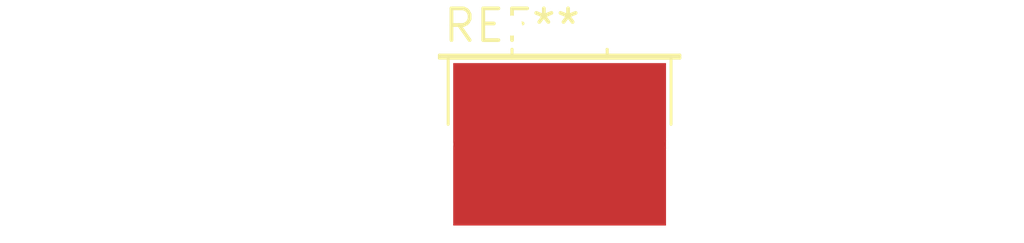
<source format=kicad_pcb>
(kicad_pcb (version 20240108) (generator pcbnew)
  (layers (0 "F.Cu" signal) (31 "B.Cu" signal) (34 "B.Paste" user) (35 "F.Paste" user) (36 "B.SilkS" user "B.Silkscreen") (37 "F.SilkS" user "F.Silkscreen") (38 "B.Mask" user) (39 "F.Mask" user) (44 "Edge.Cuts" user))
  (net 0 "")
  (footprint "Crystal_HC52-6mm_Horizontal_1EP_style2" (layer "F.Cu") (at 0 0)
    (property "Reference" "REF**")
    (property "Value" "Crystal_HC52-6mm_Horizontal_1EP_style2")
    (fp_line (start -2.9 1.18) (end 6.7 1.18) (layer "F.SilkS") (stroke (width 0.12)))
    (fp_line (start -2.9 1.3) (end -2.9 1.18) (layer "F.SilkS") (stroke (width 0.12)))
    (fp_line (start -2.55 1.3) (end 6.35 1.3) (layer "F.SilkS") (stroke (width 0.12)))
    (fp_line (start -2.55 3.95) (end -2.55 1.3) (layer "F.SilkS") (stroke (width 0.12)))
    (fp_line (start 0 0.95) (end 0 0.95) (layer "F.SilkS") (stroke (width 0.12)))
    (fp_line (start 0 1.3) (end 0 0.95) (layer "F.SilkS") (stroke (width 0.12)))
    (fp_line (start 3.8 0.95) (end 3.8 0.95) (layer "F.SilkS") (stroke (width 0.12)))
    (fp_line (start 3.8 1.3) (end 3.8 0.95) (layer "F.SilkS") (stroke (width 0.12)))
    (fp_line (start 6.35 1.3) (end 6.35 3.95) (layer "F.SilkS") (stroke (width 0.12)))
    (fp_line (start 6.7 1.18) (end 6.7 1.3) (layer "F.SilkS") (stroke (width 0.12)))
    (fp_line (start 6.7 1.3) (end -2.9 1.3) (layer "F.SilkS") (stroke (width 0.12)))
    (pad "1" thru_hole circle (at 0 0) (size 1.5 1.5) (drill 0.8) (layers *.Cu *.Mask) (remove_unused_layers))
    (pad "2" thru_hole circle (at 3.8 0) (size 1.5 1.5) (drill 0.8) (layers *.Cu *.Mask) (remove_unused_layers))
    (pad "3" thru_hole rect (at -2.75 4.75) (size 1.2 1.2) (drill 0.8) (layers *.Cu *.Mask) (remove_unused_layers))
    (pad "3" smd rect (at 1.9 4.75) (size 8.5 6.5) (layers "F.Cu" "F.Paste" "F.Mask"))
    (pad "3" thru_hole rect (at 6.55 4.75) (size 1.2 1.2) (drill 0.8) (layers *.Cu *.Mask) (remove_unused_layers))
  )
)
</source>
